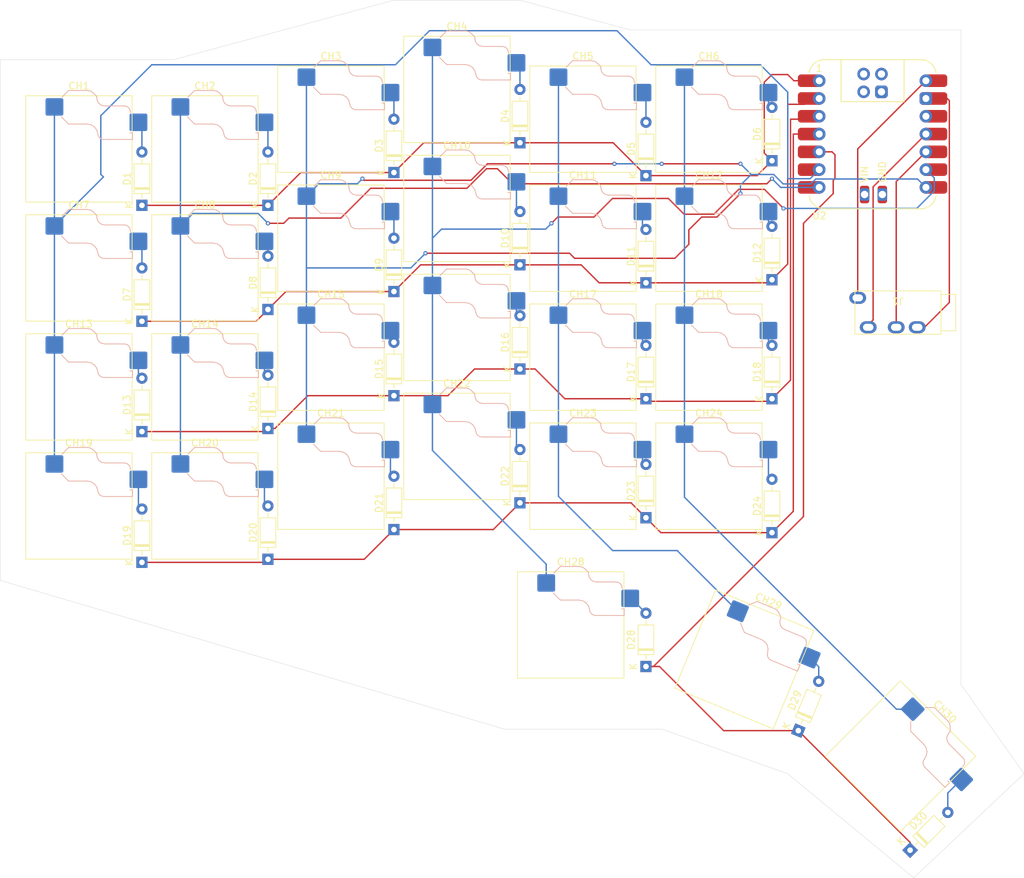
<source format=kicad_pcb>
(kicad_pcb (version 20240108) (generator "pcbnew") (generator_version "8.0")
  (layers (0 "F.Cu" signal) (31 "B.Cu" signal) (34 "B.Paste" user) (35 "F.Paste" user) (36 "B.SilkS" user "B.Silkscreen") (37 "F.SilkS" user "F.Silkscreen") (38 "B.Mask" user) (39 "F.Mask" user) (44 "Edge.Cuts" user))
  (net 0 "")
  (net 1 "Col 0")
  (net 2 "Net-(D1-A)")
  (net 3 "Col 1")
  (net 4 "Net-(D2-A)")
  (net 5 "Net-(D3-A)")
  (net 6 "Col 2")
  (net 7 "Col 3")
  (net 8 "Net-(D4-A)")
  (net 9 "Net-(D5-A)")
  (net 10 "Col 4")
  (net 11 "Col 5")
  (net 12 "Net-(D6-A)")
  (net 13 "Net-(D7-A)")
  (net 14 "Net-(D8-A)")
  (net 15 "Net-(D9-A)")
  (net 16 "Net-(D10-A)")
  (net 17 "Net-(D11-A)")
  (net 18 "Net-(D12-A)")
  (net 19 "Net-(D13-A)")
  (net 20 "Net-(D14-A)")
  (net 21 "Net-(D15-A)")
  (net 22 "Net-(D16-A)")
  (net 23 "Net-(D17-A)")
  (net 24 "Net-(D18-A)")
  (net 25 "Net-(D19-A)")
  (net 26 "Net-(D20-A)")
  (net 27 "Net-(D21-A)")
  (net 28 "Net-(D22-A)")
  (net 29 "Net-(D23-A)")
  (net 30 "Net-(D24-A)")
  (net 31 "Net-(D28-A)")
  (net 32 "Net-(D29-A)")
  (net 33 "Net-(D30-A)")
  (net 34 "Row 0")
  (net 35 "Row 1")
  (net 36 "Row 2")
  (net 37 "Row 3")
  (net 38 "Row 4")
  (net 39 "+5V")
  (net 40 "GND")
  (net 41 "SDA")
  (net 42 "SCL")
  (footprint "PCM_Switch_Keyboard_Hotswap_Kailh:SW_Hotswap_Kailh_Choc_V1V2_1.00u" (layer "F.Cu") (at 135.515 115.482)
    (property "Reference" "CH28")
    (property "Value" "KS33_SW_HS")
  )
  (footprint "PCM_Switch_Keyboard_Hotswap_Kailh:SW_Hotswap_Kailh_Choc_V1V2_1.00u" (layer "F.Cu") (at 65.265 47.482)
    (property "Reference" "CH1")
    (property "Value" "KS33_SW_HS")
  )
  (footprint "PCM_Switch_Keyboard_Hotswap_Kailh:SW_Hotswap_Kailh_Choc_V1V2_1.00u" (layer "F.Cu") (at 83.265 64.482)
    (property "Reference" "CH8")
    (property "Value" "KS33_SW_HS")
  )
  (footprint "PCM_Switch_Keyboard_Hotswap_Kailh:SW_Hotswap_Kailh_Choc_V1V2_1.00u" (layer "F.Cu") (at 155.265 77.232)
    (property "Reference" "CH18")
    (property "Value" "KS33_SW_HS")
  )
  (footprint "Diode_THT:D_DO-35_SOD27_P7.62mm_Horizontal" (layer "F.Cu") (at 146.265 66.607 90)
    (property "Reference" "D11")
    (property "Value" "D_Small")
  )
  (footprint "PCM_Switch_Keyboard_Hotswap_Kailh:SW_Hotswap_Kailh_Choc_V1V2_1.00u" (layer "F.Cu") (at 137.265 94.232)
    (property "Reference" "CH23")
    (property "Value" "KS33_SW_HS")
  )
  (footprint "Diode_THT:D_DO-35_SOD27_P7.62mm_Horizontal" (layer "F.Cu") (at 128.265 64.042 90)
    (property "Reference" "D10")
    (property "Value" "D_Small")
  )
  (footprint "PCM_Switch_Keyboard_Hotswap_Kailh:SW_Hotswap_Kailh_Choc_V1V2_1.00u" (layer "F.Cu") (at 83.265 81.482)
    (property "Reference" "CH14")
    (property "Value" "KS33_SW_HS")
  )
  (footprint "PCM_Switch_Keyboard_Hotswap_Kailh:SW_Hotswap_Kailh_Choc_V1V2_1.00u" (layer "F.Cu") (at 137.265 60.232)
    (property "Reference" "CH11")
    (property "Value" "KS33_SW_HS")
  )
  (footprint "Diode_THT:D_DO-35_SOD27_P7.62mm_Horizontal" (layer "F.Cu") (at 146.265 121.417 90)
    (property "Reference" "D28")
    (property "Value" "D_Small")
  )
  (footprint "PCM_Switch_Keyboard_Hotswap_Kailh:SW_Hotswap_Kailh_Choc_V1V2_1.00u" (layer "F.Cu") (at 155.265 94.232)
    (property "Reference" "CH24")
    (property "Value" "KS33_SW_HS")
  )
  (footprint "PCM_Switch_Keyboard_Hotswap_Kailh:SW_Hotswap_Kailh_Choc_V1V2_1.00u" (layer "F.Cu") (at 101.265 60.232)
    (property "Reference" "CH9")
    (property "Value" "KS33_SW_HS")
  )
  (footprint "PCM_Switch_Keyboard_Hotswap_Kailh:SW_Hotswap_Kailh_Choc_V1V2_1.00u" (layer "F.Cu") (at 65.265 81.482)
    (property "Reference" "CH13")
    (property "Value" "KS33_SW_HS")
  )
  (footprint "PCM_Switch_Keyboard_Hotswap_Kailh:SW_Hotswap_Kailh_Choc_V1V2_1.00u" (layer "F.Cu") (at 137.265 77.232)
    (property "Reference" "CH17")
    (property "Value" "KS33_SW_HS")
  )
  (footprint "PCM_Switch_Keyboard_Hotswap_Kailh:SW_Hotswap_Kailh_Choc_V1V2_1.00u" (layer "F.Cu") (at 160.327107 120.404127 -22.5)
    (property "Reference" "CH29")
    (property "Value" "KS33_SW_HS")
  )
  (footprint "Diode_THT:D_DO-35_SOD27_P7.62mm_Horizontal" (layer "F.Cu") (at 92.265 106.102 90)
    (property "Reference" "D20")
    (property "Value" "D_Small")
  )
  (footprint "PCM_Switch_Keyboard_Hotswap_Kailh:SW_Hotswap_Kailh_Choc_V1V2_1.00u" (layer "F.Cu") (at 101.265 43.232)
    (property "Reference" "CH3")
    (property "Value" "KS33_SW_HS")
  )
  (footprint "PCM_Switch_Keyboard_Hotswap_Kailh:SW_Hotswap_Kailh_Choc_V1V2_1.00u" (layer "F.Cu") (at 83.265 98.482)
    (property "Reference" "CH20")
    (property "Value" "KS33_SW_HS")
  )
  (footprint "PCM_marbastlib-xp-various:CON_MJ-4PP-9" (layer "F.Cu") (at 182.265 70.857 180)
    (property "Reference" "J1")
    (property "Value" "AudioPlug4")
  )
  (footprint "Diode_THT:D_DO-35_SOD27_P7.62mm_Horizontal" (layer "F.Cu") (at 164.265 49.167 90)
    (property "Reference" "D6")
    (property "Value" "D_Small")
  )
  (footprint "PCM_Switch_Keyboard_Hotswap_Kailh:SW_Hotswap_Kailh_Choc_V1V2_1.00u" (layer "F.Cu") (at 65.265 64.482)
    (property "Reference" "CH7")
    (property "Value" "KS33_SW_HS")
  )
  (footprint "PCM_Switch_Keyboard_Hotswap_Kailh:SW_Hotswap_Kailh_Choc_V1V2_1.00u" (layer "F.Cu") (at 119.265 38.982)
    (property "Reference" "CH4")
    (property "Value" "KS33_SW_HS")
  )
  (footprint "Diode_THT:D_DO-35_SOD27_P7.62mm_Horizontal" (layer "F.Cu") (at 92.265 87.417 90)
    (property "Reference" "D14")
    (property "Value" "D_Small")
  )
  (footprint "Diode_THT:D_DO-35_SOD27_P7.62mm_Horizontal" (layer "F.Cu") (at 164.265 66.167 90)
    (property "Reference" "D12")
    (property "Value" "D_Small")
  )
  (footprint "PCM_Switch_Keyboard_Hotswap_Kailh:SW_Hotswap_Kailh_Choc_V1V2_1.00u" (layer "F.Cu") (at 119.265 55.982)
    (property "Reference" "CH10")
    (property "Value" "KS33_SW_HS")
  )
  (footprint "Diode_THT:D_DO-35_SOD27_P7.62mm_Horizontal" (layer "F.Cu") (at 168.028866 130.57867 67.5)
    (property "Reference" "D29")
    (property "Value" "D_Small")
  )
  (footprint "Diode_THT:D_DO-35_SOD27_P7.62mm_Horizontal" (layer "F.Cu") (at 92.265 70.417 90)
    (property "Reference" "D8")
    (property "Value" "D_Small")
  )
  (footprint "Diode_THT:D_DO-35_SOD27_P7.62mm_Horizontal" (layer "F.Cu") (at 74.265 55.542 90)
    (property "Reference" "D1")
    (property "Value" "D_Small")
  )
  (footprint "PCM_Switch_Keyboard_Hotswap_Kailh:SW_Hotswap_Kailh_Choc_V1V2_1.00u" (layer "F.Cu") (at 83.265 47.482)
    (property "Reference" "CH2")
    (property "Value" "KS33_SW_HS")
  )
  (footprint "Diode_THT:D_DO-35_SOD27_P7.62mm_Horizontal" (layer "F.Cu") (at 92.265 55.542 90)
    (property "Reference" "D2")
    (property "Value" "D_Small")
  )
  (footprint "PCM_Switch_Keyboard_Hotswap_Kailh:SW_Hotswap_Kailh_Choc_V1V2_1.00u" (layer "F.Cu") (at 137.265 43.232)
    (property "Reference" "CH5")
    (property "Value" "KS33_SW_HS")
  )
  (footprint "PCM_Switch_Keyboard_Hotswap_Kailh:SW_Hotswap_Kailh_Choc_V1V2_1.00u" (layer "F.Cu") (at 155.265 60.232)
    (property "Reference" "CH12")
    (property "Value" "KS33_SW_HS")
  )
  (footprint "Diode_THT:D_DO-35_SOD27_P7.62mm_Horizontal" (layer "F.Cu") (at 110.265 67.852 90)
    (property "Reference" "D9")
    (property "Value" "D_Small")
  )
  (footprint "PCM_Switch_Keyboard_Hotswap_Kailh:SW_Hotswap_Kailh_Choc_V1V2_1.00u" (layer "F.Cu") (at 101.265 94.232)
    (property "Reference" "CH21")
    (property "Value" "KS33_SW_HS")
  )
  (footprint "Diode_THT:D_DO-35_SOD27_P7.62mm_Horizontal" (layer "F.Cu") (at 146.265 51.292 90)
    (property "Reference" "D5")
    (property "Value" "D_Small")
  )
  (footprint "PCM_Switch_Keyboard_Hotswap_Kailh:SW_Hotswap_Kailh_Choc_V1V2_1.00u" (layer "F.Cu") (at 155.265 43.232)
    (property "Reference" "CH6")
    (property "Value" "KS33_SW_HS")
  )
  (footprint "PCM_Switch_Keyboard_Hotswap_Kailh:SW_Hotswap_Kailh_Choc_V1V2_1.00u" (layer "F.Cu") (at 119.265 89.982)
    (property "Reference" "CH22")
    (property "Value" "KS33_SW_HS")
  )
  (footprint "Diode_THT:D_DO-35_SOD27_P7.62mm_Horizontal" (layer "F.Cu") (at 74.265 87.857 90)
    (property "Reference" "D13")
    (property "Value" "D_Small")
  )
  (footprint "PCM_Switch_Keyboard_Hotswap_Kailh:SW_Hotswap_Kailh_Choc_V1V2_1.00u" (layer "F.Cu") (at 119.265 72.982)
    (property "Reference" "CH16" (hide yes))
    (property "Value" "KS33_SW_HS")
  )
  (footprint "PCM_Switch_Keyboard_Hotswap_Kailh:SW_Hotswap_Kailh_Choc_V1V2_1.00u" (layer "F.Cu") (at 182.618555 134.231369 -45)
    (property "Reference" "CH30")
    (property "Value" "KS33_SW_HS")
  )
  (footprint "Diode_THT:D_DO-35_SOD27_P7.62mm_Horizontal" (layer "F.Cu") (at 183.997344 147.656511 45)
    (property "Reference" "D30")
    (property "Value" "D_Small")
  )
  (footprint "Diode_THT:D_DO-35_SOD27_P7.62mm_Horizontal" (layer "F.Cu") (at 128.265 98.042 90)
    (property "Reference" "D22")
    (property "Value" "D_Small")
  )
  (footprint "Diode_THT:D_DO-35_SOD27_P7.62mm_Horizontal" (layer "F.Cu") (at 110.265 82.727 90)
    (property "Reference" "D15")
    (property "Value" "D_Small")
  )
  (footprint "Diode_THT:D_DO-35_SOD27_P7.62mm_Horizontal" (layer "F.Cu") (at 164.265 102.292 90)
    (property "Reference" "D24")
    (property "Value" "D_Small")
  )
  (footprint "Diode_THT:D_DO-35_SOD27_P7.62mm_Horizontal" (layer "F.Cu") (at 74.265 72.102 90)
    (property "Reference" "D7")
    (property "Value" "D_Small")
  )
  (footprint "Diode_THT:D_DO-35_SOD27_P7.62mm_Horizontal" (layer "F.Cu") (at 110.265 50.852 90)
    (property "Reference" "D3")
    (property "Value" "D_Small")
  )
  (footprint "Diode_THT:D_DO-35_SOD27_P7.62mm_Horizontal" (layer "F.Cu") (at 146.265 100.167 90)
    (property "Reference" "D23")
    (property "Value" "D_Small")
  )
  (footprint "Diode_THT:D_DO-35_SOD27_P7.62mm_Horizontal" (layer "F.Cu") (at 74.265 106.542 90)
    (property "Reference" "D19")
    (property "Value" "D_Small")
  )
  (footprint "Diode_THT:D_DO-35_SOD27_P7.62mm_Horizontal" (layer "F.Cu") (at 164.265 83.167 90)
    (property "Reference" "D18")
    (property "Value" "D_Small")
  )
  (footprint "PCM_marbastlib-xp-promicroish:Xiao_rp2040_ACH" (layer "F.Cu") (at 178.635 45.357)
    (property "Reference" "U2")
    (property "Value" "Seeeduino Xiao rp2040")
  )
  (footprint "Diode_THT:D_DO-35_SOD27_P7.62mm_Horizontal" (layer "F.Cu") (at 146.265 83.167 90)
    (property "Reference" "D17")
    (property "Value" "D_Small")
  )
  (footprint "PCM_Switch_Keyboard_Hotswap_Kailh:SW_Hotswap_Kailh_Choc_V1V2_1.00u" (layer "F.Cu") (at 101.265 77.232)
    (property "Reference" "CH15")
    (property "Value" "KS33_SW_HS")
  )
  (footprint "Diode_THT:D_DO-35_SOD27_P7.62mm_Horizontal" (layer "F.Cu") (at 110.265 101.852 90)
    (property "Reference" "D21")
    (property "Value" "D_Small")
  )
  (footprint "Diode_THT:D_DO-35_SOD27_P7.62mm_Horizontal" (layer "F.Cu") (at 128.265 46.602 90)
    (property "Reference" "D4")
    (property "Value" "D_Small")
  )
  (footprint "PCM_Switch_Keyboard_Hotswap_Kailh:SW_Hotswap_Kailh_Choc_V1V2_1.00u" (layer "F.Cu") (at 65.265 98.482)
    (property "Reference" "CH19")
    (property "Value" "KS33_SW_HS")
  )
  (footprint "Diode_THT:D_DO-35_SOD27_P7.62mm_Horizontal" (layer "F.Cu") (at 128.265 78.917 90)
    (property "Reference" "D16")
    (property "Value" "D_Small")
  )
  (gr_line (start 128.265 26.232) (end 144.015 30.482) (stroke (width 0.05)) (layer "Edge.Cuts"))
  (gr_line (start 126.015 130.357) (end 54.015 109.107) (stroke (width 0.05)) (layer "Edge.Cuts"))
  (gr_line (start 54.015 109.107) (end 54.015 34.732) (stroke (width 0.05)) (layer "Edge.Cuts"))
  (gr_line (start 184.515 151.607) (end 166.515 136.732) (stroke (width 0.05)) (layer "Edge.Cuts"))
  (gr_line (start 78.765 34.732) (end 110.265 26.232) (stroke (width 0.05)) (layer "Edge.Cuts"))
  (gr_line (start 200.265 136.732) (end 184.515 151.607) (stroke (width 0.05)) (layer "Edge.Cuts"))
  (gr_line (start 191.265 123.982) (end 200.265 136.732) (stroke (width 0.05)) (layer "Edge.Cuts"))
  (gr_line (start 54.015 34.732) (end 78.765 34.732) (stroke (width 0.05)) (layer "Edge.Cuts"))
  (gr_line (start 191.265 30.482) (end 191.265 123.982) (stroke (width 0.05)) (layer "Edge.Cuts"))
  (gr_line (start 110.265 26.232) (end 128.265 26.232) (stroke (width 0.05)) (layer "Edge.Cuts"))
  (gr_line (start 166.515 136.732) (end 148.515 130.357) (stroke (width 0.05)) (layer "Edge.Cuts"))
  (gr_line (start 148.515 130.357) (end 126.015 130.357) (stroke (width 0.05)) (layer "Edge.Cuts"))
  (gr_line (start 144.015 30.482) (end 191.265 30.482) (stroke (width 0.05)) (layer "Edge.Cuts"))
  (segment (start 68.39 51.107) (end 68.39 42.732) (width 0.2) (layer "B.Cu") (net 1))
  (segment (start 61.765 41.482) (end 61.765 92.482) (width 0.2) (layer "B.Cu") (net 1))
  (segment (start 75.665 35.457) (end 110.480256 35.457) (width 0.2) (layer "B.Cu") (net 1))
  (segment (start 142.127001 30.594001) (end 146.99 35.457) (width 0.2) (layer "B.Cu") (net 1))
  (segment (start 146.99 35.457) (end 162.599744 35.457) (width 0.2) (layer "B.Cu") (net 1))
  (segment (start 166.515 39.372256) (end 166.515 51.732) (width 0.2) (layer "B.Cu") (net 1))
  (segment (start 110.480256 35.457) (end 115.343255 30.594001) (width 0.2) (layer "B.Cu") (net 1))
  (segment (start 166.515 51.732) (end 169.72 51.732) (width 0.2) (layer "B.Cu") (net 1))
  (segment (start 68.765 51.482) (end 68.39 51.107) (width 0.2) (layer "B.Cu") (net 1))
  (segment (start 169.72 51.732) (end 171.015 50.437) (width 0.2) (layer "B.Cu") (net 1))
  (segment (start 115.343255 30.594001) (end 142.127001 30.594001) (width 0.2) (layer "B.Cu") (net 1))
  (segment (start 68.39 42.732) (end 75.665 35.457) (width 0.2) (layer "B.Cu") (net 1))
  (segment (start 162.599744 35.457) (end 166.515 39.372256) (width 0.2) (layer "B.Cu") (net 1))
  (segment (start 61.765 58.482) (end 68.765 51.482) (width 0.2) (layer "B.Cu") (net 1))
  (segment (start 74.265 44.182) (end 73.765 43.682) (width 0.2) (layer "B.Cu") (net 2))
  (segment (start 74.265 47.922) (end 74.265 44.182) (width 0.2) (layer "B.Cu") (net 2))
  (segment (start 73.765 43.682) (end 73.815 43.682) (width 0.2) (layer "B.Cu") (net 2))
  (segment (start 73.815 43.682) (end 74.265 43.232) (width 0.2) (layer "B.Cu") (net 2))
  (segment (start 95.265 57.357) (end 102.68835 57.357) (width 0.2) (layer "F.Cu") (net 3))
  (segment (start 106.93835 53.107) (end 120.68835 53.107) (width 0.2) (layer "F.Cu") (net 3))
  (segment (start 125.04165 50.307) (end 127.19165 52.457) (width 0.2) (layer "F.Cu") (net 3))
  (segment (start 120.68835 53.107) (end 123.48835 50.307) (width 0.2) (layer "F.Cu") (net 3))
  (segment (start 123.48835 50.307) (end 125.04165 50.307) (width 0.2) (layer "F.Cu") (net 3))
  (segment (start 102.68835 57.357) (end 106.93835 53.107) (width 0.2) (layer "F.Cu") (net 3))
  (segment (start 92.265 58.107) (end 94.515 58.107) (width 0.2) (layer "F.Cu") (net 3))
  (segment (start 127.19165 52.457) (end 163.54 52.457) (width 0.2) (layer "F.Cu") (net 3))
  (segment (start 163.54 52.457) (end 164.265 51.732) (width 0.2) (layer "F.Cu") (net 3))
  (segment (start 94.515 58.107) (end 95.265 57.357) (width 0.2) (layer "F.Cu") (net 3))
  (via (at 92.265 58.107) (size 0.6) (drill 0.3) (layers "F.Cu" "B.Cu") (net 3))
  (via (at 164.265 51.732) (size 0.6) (drill 0.3) (layers "F.Cu" "B.Cu") (net 3))
  (segment (start 165.51 52.977) (end 171.015 52.977) (width 0.2) (layer "B.Cu") (net 3))
  (segment (start 90.865 56.707) (end 92.265 58.107) (width 0.2) (layer "B.Cu") (net 3))
  (segment (start 79.765 58.482) (end 81.54 56.707) (width 0.2) (layer "B.Cu") (net 3))
  (segment (start 81.54 56.707) (end 90.865 56.707) (width 0.2) (layer "B.Cu") (net 3))
  (segment (start 164.265 51.732) (end 165.51 52.977) (width 0.2) (layer "B.Cu") (net 3))
  (segment (start 79.765 41.482) (end 79.765 92.482) (width 0.2) (layer "B.Cu") (net 3))
  (segment (start 92.265 47.922) (end 92.265 44.182) (width 0.2) (layer "B.Cu") (net 4))
  (segment (start 92.265 44.182) (end 91.765 43.682) (width 0.2) (layer "B.Cu") (net 4))
  (segment (start 110.265 39.932) (end 109.765 39.432) (width 0.2) (layer "B.Cu") (net 5))
  (segment (start 110.265 43.232) (end 110.265 39.932) (width 0.2) (layer "B.Cu") (net 5))
  (segment (start 152.39 59.041136) (end 154.222486 57.20865) (width 0.2) (layer "F.Cu") (net 6))
  (segment (start 121.272664 51.957) (end 123.622665 49.607) (width 0.2) (layer "F.Cu") (net 6))
  (segment (start 135.349031 62.381895) (end 136.074136 63.107) (width 0.2) (layer "F.Cu") (net 6))
  (segment (start 152.39 61.107) (end 152.39 59.041136) (width 0.2) (layer "F.Cu") (net 6))
  (segment (start 154.222486 57.20865) (end 156.41335 57.20865) (width 0.2) (layer "F.Cu") (net 6))
  (segment (start 105.99 51.957) (end 121.272664 51.957) (width 0.2) (layer "F.Cu") (net 6))
  (segment (start 114.775161 62.381895) (end 135.349031 62.381895) (width 0.2) (layer "F.Cu") (net 6))
  (segment (start 136.074136 63.107) (end 150.39 63.107) (width 0.2) (layer "F.Cu") (net 6))
  (segment (start 148.515 49.607) (end 150.765 49.607) (width 0.2) (layer "F.Cu") (net 6))
  (segment (start 150.39 63.107) (end 152.39 61.107) (width 0.2) (layer "F.Cu") (net 6))
  (segment (start 156.41335 57.20865) (end 159.765 53.857) (width 0.2) (layer "F.Cu") (net 6))
  (segment (start 150.765 49.607) (end 159.765 49.607) (width 0.2) (layer "F.Cu") (net 6))
  (segment (start 123.622665 49.607) (end 141.765 49.607) (width 0.2) (layer "F.Cu") (net 6))
  (segment (start 105.765 51.732) (end 105.99 51.957) (width 0.2) (layer "F.Cu") (net 6))
  (via (at 114.775161 62.381895) (size 0.6) (drill 0.3) (layers "F.Cu" "B.Cu") (net 6))
  (via (at 148.515 49.607) (size 0.6) (drill 0.3) (layers "F.Cu" "B.Cu") (net 6))
  (via (at 105.765 51.732) (size 0.6) (drill 0.3) (layers "F.Cu" "B.Cu") (net 6))
  (via (at 159.765 49.607) (size 0.6) (drill 0.3) (layers "F.Cu" "B.Cu") (net 6))
  (via (at 141.765 49.607) (size 0.6) (drill 0.3) (layers "F.Cu" "B.Cu") (net 6))
  (via (at 159.765 53.857) (size 0.6) (drill 0.3) (layers "F.Cu" "B.Cu") (net 6))
  (segment (start 164.513529 51.132) (end 165.861472 52.479943) (width 0.2) (layer "B.Cu") (net 6))
  (segment (start 97.765 64.482) (end 112.675056 64.482) (width 0.2) (layer "B.Cu") (net 6))
  (segment (start 112.675056 64.482) (end 114.775161 62.381895) (width 0.2) (layer "B.Cu") (net 6))
  (segment (start 165.861472 52.479943) (end 169.815 52.479943) (width 0.2) (layer "B.Cu") (net 6))
  (segment (start 170.517943 51.777) (end 185.055 51.777) (width 0.2) (layer "B.Cu") (net 6))
  (segment (start 161.29 51.132) (end 164.513529 51.132) (width 0.2) (layer "B.Cu") (net 6))
  (segment (start 97.765 64.482) (end 97.765 88.232) (width 0.2) (layer "B.Cu") (net 6))
  (segment (start 97.765 54.232) (end 99.54 52.457) (width 0.2) (layer "B.Cu") (net 6))
  (segment (start 141.765 49.607) (end 148.515 49.607) (width 0.2) (layer "B.Cu") (net 6))
  (segment (start 185.055 51.777) (end 186.255 52.977) (width 0.2) (layer "B.Cu") (net 6))
  (segment (start 159.765 49.607) (end 161.29 51.132) (width 0.2) (layer "B.Cu") (net 6))
  (segment (start 99.54 52.457) (end 105.04 52.457) (width 0.2) (layer "B.Cu") (net 6))
  (segment (start 159.765 53.857) (end 159.765 52.657) (width 0.2) (layer "B.Cu") (net 6))
  (segment (start 159.765 52.657) (end 161.29 51.132) (width 0.2) (layer "B.Cu") (net 6))
  (segment (start 105.04 52.457) (end 105.765 51.732) (width 0.2) (layer "B.Cu") (net 6))
  (segment (start 169.815 52.479943) (end 170.517943 51.777) (width 0.2) (layer "B.Cu") (net 6))
  (segment (start 97.765 37.232) (end 97.765 64.482) (width 0.2) (layer "B.Cu") (net 6))
  (segment (start 132.765 58.107) (end 133.66335 57.20865) (width 0.2) (layer "F.Cu") (net 7))
  (segment (start 155.964821 56.80865) (end 159.516471 53.257) (width 0.2) (layer "F.Cu") (net 7))
  (segment (start 149.465 54.557) (end 151.71665 56.80865) (width 0.2) (layer "F.Cu") (net 7))
  (segment (start 151.71665 56.80865) (end 155.964821 56.80865) (width 0.2) (layer "F.Cu") (net 7))
  (segment (start 159.516471 53.257) (end 163.19 53.257) (width 0.2) (layer "F.Cu") (net 7))
  (segment (start 133.66335 57.20865) (end 138.8367 57.20865) (width 0.2) (layer "F.Cu") (net 7))
  (segment (start 138.8367 57.20865) (end 141.48835 54.557) (width 0.2) (layer "F.Cu") (net 7))
  (segment (start 163.19 53.257) (end 165.915 55.982) (width 0.2) (layer "F.Cu") (net 7))
  (segment (start 141.48835 54.557) (end 149.465 54.557) (width 0.2) (layer "F.Cu") (net 7))
  (via (at 165.915 55.982) (size 0.6) (drill 0.3) (layers "F.Cu" "B.Cu") (net 7))
  (via (at 132.765 58.107) (size 0.6) (drill 0.3) (layers "F.Cu" "B.Cu") (net 7))
  (segment (start 117.065 58.932) (end 131.94 58.932) (width 0.2) (layer "B.Cu") (net 7))
  (segment (start 187.455 51.637) (end 186.255 50.437) (width 0.2) (layer "B.Cu") (net 7))
  (segment (start 115.765 60.232) (end 115.765 83.982) (width 0.2) (layer "B.Cu") (net 7))
  (segment (start 131.94 58.932) (end 132.765 58.107) (width 0.2) (layer "B.Cu") (net 7))
  (segment (start 187.455 53.474057) (end 187.455 51.637) (width 0.2) (layer "B.Cu") (net 7))
  (segment (start 115.765 83.982) (end 115.765 90.547864) (width 0.2) (layer "B.Cu") (net 7))
  (segment (start 184.947057 55.982) (end 187.455 53.474057) (width 0.2) (layer "B.Cu") (net 7))
  (segment (start 165.915 55.982) (end 184.947057 55.982) (width 0.2) (layer "B.Cu") (net 7))
  (segment (start 115.765 32.982) (end 115.765 60.232) (width 0.2) (layer "B.Cu") (net 7))
  (segment (start 132.765 58.107) (end 132.64 58.107) (width 0.2) (layer "B.Cu") (net 7))
  (segment (start 115.765 90.547864) (end 132.015 106.797864) (width 0.2) (layer "B.Cu") (net 7))
  (segment (start 115.765 60.232) (end 117.065 58.932) (width 0.2) (layer "B.Cu") (net 7))
  (segment (start 132.015 106.797864) (end 132.015 109.482) (width 0.2) (layer "B.Cu") (net 7))
  (segment (start 128.265 38.982) (end 128.265 35.682) (width 0.2) (layer "B.Cu") (net 8))
  (segment (start 128.265 35.682) (end 127.765 35.182) (width 0.2) (layer "B.Cu") (net 8))
  (segment (start 146.265 43.672) (end 146.265 39.932) (width 0.2) (layer "B.Cu") (net 9))
  (segment (start 146.265 39.932) (end 145.765 39.432) (width 0.2) (layer "B.Cu") (net 9))
  (segment (start 150.765 104.896829) (end 159.389629 113.521458) (width 0.2) (layer "B.Cu") (net 10))
  (segment (start 150.765 104.857) (end 150.765 104.896829) (width 0.2) (layer "B.Cu") (net 10))
  (segment (start 133.765 97.107) (end 141.515 104.857) (width 0.2) (layer "B.Cu") (net 10))
  (segment (start 141.515 104.857) (end 150.765 104.857) (width 0.2) (layer "B.Cu") (net 10))
  (segment (start 133.765 88.232) (end 133.765 97.107) (width 0.2) (layer "B.Cu") (net 10))
  (segment (start 133.765 37.232) (end 133.765 88.232) (width 0.2) (layer "B.Cu") (net 10))
  (segment (start 182.046855 127.513855) (end 184.386322 127.513855) (width 0.2) (layer "B.Cu") (net 11))
  (segment (start 151.765 88.232) (end 151.765 97.232) (width 0.2) (layer "B.Cu") (net 11))
  (segment (start 151.765 37.232) (end 151.765 88.232) (width 0.2) (layer "B.Cu") (net 11))
  (segment (start 151.765 97.232) (end 182.046855 127.513855) (width 0.2) (layer "B.Cu") (net 11))
  (segment (start 163.765 39.432) (end 163.765 41.047) (width 0.2) (layer "B.Cu") (net 12))
  (segment (start 163.765 41.047) (end 164.265 41.547) (width 0.2) (layer "B.Cu") (net 12))
  (segment (start 74.265 61.182) (end 73.765 60.682) (width 0.2) (layer "B.Cu") (net 13))
  (segment (start 74.265 64.482) (end 74.265 61.182) (width 0.2) (layer "B.Cu") (net 13))
  (segment (start 92.265 62.797) (end 92.265 61.182) (width 0.2) (layer "B.Cu") (net 14))
  (segment (start 92.265 61.182) (end 91.765 60.682) (width 0.2) (layer "B.Cu") (net 14))
  (segment (start 110.265 56.932) (end 109.765 56.432) (width 0.2) (layer "B.Cu") (net 15))
  (segment (start 110.265 60.232) (end 110.265 56.932) (width 0.2) (layer "B.Cu") (net 15))
  (segment (start 127.765 52.182) (end 127.765 55.922) (width 0.2) (layer "B.Cu") (net 16))
  (segment (start 127.765 55.922) (end 128.265 56.422) (width 0.2) (layer "B.Cu") (net 16))
  (segment (start 145.765 56.432) (end 145.765 58.487) (width 0.2) (layer "B.Cu") (net 17))
  (segment (start 145.765 58.487) (end 146.265 58.987) (width 0.2) (layer "B.Cu") (net 17))
  (segment (start 163.765 56.432) (end 163.765 58.047) (width 0.2) (layer "B.Cu") (net 18))
  (segment (start 163.765 58.047) (end 164.265 58.547) (width 0.2) (layer "B.Cu") (net 18))
  (segment (start 73.765 79.737) (end 74.265 80.237) (width 0.2) (layer "B.Cu") (net 19))
  (segment (start 73.765 77.682) (end 73.765 79.737) (width 0.2) (layer "B.Cu") (net 19))
  (segment (start 91.765 77.682) (end 91.765 79.297) (width 0.2) (layer "B.Cu") (net 20))
  (segment (start 91.765 79.297) (end 92.265 79.797) (width 0.2) (layer "B.Cu") (net 20))
  (segment (start 109.765 73.432) (end 109.765 74.607) (width 0.2) (layer "B.Cu") (net 21))
  (segment (start 109.765 74.607) (end 110.265 75.107) (width 0.2) (layer "B.Cu") (net 21))
  (segment (start 127.765 69.182) (end 127.765 70.797) (width 0.2) (layer "B.Cu") (net 22))
  (segment (start 127.765 70.797) (end 128.265 71.297) (width 0.2) (layer "B.Cu") (net 22))
  (segment (start 145.765 75.047) (end 146.265 75.547) (width 0.2) (layer "B.Cu") (net 23))
  (segment (start 145.765 73.432) (end 145.765 75.047) (width 0.2) (layer "B.Cu") (net 23))
  (segment (start 163.765 75.047) (end 164.265 75.547) (width 0.2) (layer "B.Cu") (net 24))
  (segment (start 163.765 73.432) (end 163.765 75.047) (width 0.2) (layer "B.Cu") (net 24))
  (segment (start 73.765 94.682) (end 73.765 98.422) (width 0.2) (layer "B.Cu") (net 25))
  (segment (start 73.765 98.422) (end 74.265 98.922) (width 0.2) (layer "B.Cu") (net 25))
  (segment (start 91.765 94.682) (end 91.765 97.982) (width 0.2) (layer "B.Cu") (net 26))
  (segment (start 91.765 97.982) (end 92.265 98.482) (width 0.2) (layer "B.Cu") (net 26))
  (segment (start 109.765 90.432) (end 109.765 93.732) (width 0.2) (layer "B.Cu") (net 27))
  (segment (start 109.765 93.732) (end 110.265 94.232) (width 0.2) (layer "B.Cu") (net 27))
  (segment (start 127.765 86.182) (end 127.765 89.922) (width 0.2) (layer "B.Cu") (net 28))
  (segment (start 127.765 89.922) (end 128.265 90.422) (width 0.2) (layer "B.Cu") (net 28))
  (segment (start 145.765 92.047) (end 146.265 92.547) (width 0.2) (layer "B.Cu") (net 29))
  (segment (start 145.765 90.432) (end 145.765 92.047) (width 0.2) (layer "B.Cu") (net 29))
  (segment (start 163.765 90.432) (end 163.765 94.172) (width 0.2) (layer "B.Cu") (net 30))
  (segment (start 163.765 94.172) (end 164.265 94.672) (width 0.2) (layer "B.Cu") (net 30))
  (segment (start 144.15 111.682) (end 146.265 113.797) (width 0.2) (layer "B.Cu") (net 31))
  (segment (start 144.015 111.682) (end 144.15 111.682) (width 0.2) (layer "B.Cu") (net 31))
  (segment (start 170.944914 123.538708) (end 170.944914 121.456828) (width 0.2) (layer "B.Cu") (net 32))
  (segment (start 170.944914 121.456828) (end 169.63428 120.146194) (width 0.2) (layer "B.Cu") (net 32))
  (segment (start 189.385498 142.268357) (end 189.385498 139.485241) (width 0.2) (layer "B.Cu") (net 33))
  (segment (start 189.385498 139.485241) (end 191.315968 137.554771) (width 0.2) (layer "B.Cu") (net 33))
  (segment (start 163.165 37.957) (end 164.265 36.857) (width 0.2) (layer "F.Cu") (net 34))
  (segment (start 114.515 46.602) (end 128.265 46.602) (width 0.2) (layer "F.Cu") (net 34))
  (segment (start 146.265 51.292) (end 162.14 51.292) (width 0.2) (layer "F.Cu") (net 34))
  (segment (start 164.265 36.857) (end 166.515 36.857) (width 0.2) (layer "F.Cu") (net 34))
  (segment (start 167.395 37.737) (end 169.715 37.737) (width 0.2) (layer "F.Cu") (net 34))
  (segment (start 166.515 36.857) (end 167.395 37.737) (width 0.2) (layer "F.Cu") (net 34))
  (segment (start 74.265 55.542) (end 92.265 55.542) (width 0.2) (layer "F.Cu") (net 34))
  (segment (start 141.575 46.602) (end 146.265 51.292) (width 0.2) (layer "F.Cu") (net 34))
  (segment (start 162.14 51.292) (end 164.265 49.167) (width 0.2) (layer "F.Cu") (net 34))
  (segment (start 163.165 48.067) (end 163.165 37.957) (width 0.2) (layer "F.Cu") (net 34))
  (segment (start 128.265 46.602) (end 141.575 46.602) (width 0.2) (layer "F.Cu") (net 34))
  (segment (start 164.265 49.167) (end 163.165 48.067) (width 0.2) (layer "F.Cu") (net 34))
  (segment (start 110.265 50.852) (end 114.515 46.602) (width 0.2) (layer "F.Cu") (net 34))
  (segment (start 92.265 55.542) (end 96.955 50.852) (width 0.2) (layer "F.Cu") (net 34))
  (segment (start 96.955 50.852) (end 110.265 50.852) (width 0.2) (layer "F.Cu") (net 34))
  (segment (start 94.83 67.852) (end 110.265 67.852) (width 0.2) (layer "F.Cu") (net 35))
  (segment (start 168.885 41.107) (end 169.715 40.277) (width 0.2) (layer "F.Cu") (net 35))
  (segment (start 146.265 66.607) (end 163.825 66.607) (width 0.2) (layer "F.Cu") (net 35))
  (segment (start 163.825 66.607) (end 164.265 66.167) (width 0.2) (layer "F.Cu") (net 35))
  (segment (start 110.265 67.852) (end 114.075 64.042) (width 0.2) (layer "F.Cu") (net 35))
  (segment (start 137.009136 64.042) (end 139.574136 66.607) (width 0.2) (layer "F.Cu") (net 35))
  (segment (start 92.265 70.417) (end 94.83 67.852) (width 0.2) (layer "F.Cu") (net 35))
  (segment (start 128.265 64.042) (end 137.009136 64.042) (width 0.2) (layer "F.Cu") (net 35))
  (segment (start 166.515 41.107) (end 168.885 41.107) (width 0.2) (layer "F.Cu") (net 35))
  (segment (start 114.075 64.042) (end 128.265 64.042) (width 0.2) (layer "F.Cu") (net 35))
  (segment (start 74.265 72.102) (end 90.58 72.102) (width 0.2) (layer "F.Cu") (net 35))
  (segment (start 139.574136 66.607) (end 146.265 66.607) (width 0.2) (layer "F.Cu") (net 35))
  (segment (start 90.58 72.102) (end 92.265 70.417) (width 0.2) (layer "F.Cu") (net 35))
  (segment (start 166.515 63.917) (end 166.515 41.107) (width 0.2) (layer "F.Cu") (net 35))
  (segment (start 164.265 66.167) (end 166.515 63.917) (width 0.2) (layer "F.Cu") (net 35))
  (segment (start 92.265 87.417) (end 93.265 87.417) (width 0.2) (layer "F.Cu") (net 36))
  (segment (start 130.426346 78.917) (end 134.676346 83.167) (width 0.2) (layer "F.Cu") (net 36))
  (segment (start 164.265 83.167) (end 166.915 80.517) (width 0.2) (layer "F.Cu") (net 36))
  (segment (start 166.915 43.232) (end 169.3 43.232) (width 0.2) (layer "F.Cu") (net 36))
  (segment (start 91.825 87.857) (end 92.265 87.417) (width 0.2) (layer "F.Cu") (net 36))
  (segment (start 74.265 87.857) (end 91.825 87.857) (width 0.2) (layer "F.Cu") (net 36))
  (segment (start 121.77835 78.917) (end 128.265 78.917) (width 0.2) (layer "F.Cu") (net 36))
  (segment (start 146.265 83.167) (end 146.63 83.532) (width 0.2) (layer "F.Cu") (net 36))
  (segment (start 166.915 80.517) (end 166.915 43.232) (width 0.2) (layer "F.Cu") (net 36))
  (segment (start 97.955 82.727) (end 110.265 82.727) (width 0.2) (layer "F.Cu") (net 36))
  (segment (start 93.265 87.417) (end 97.955 82.727) (width 0.2) (layer "F.Cu") (net 36))
  (segment (start 128.265 78.917) (end 130.426346 78.917) (width 0.2) (layer "F.Cu") (net 36))
  (segment (start 169.3 43.232) (end 169.715 42.817) (width 0.2) (layer "F.Cu") (net 36))
  (segment (start 117.96835 82.727) (end 121.77835 78.917) (width 0.2) (layer "F.Cu") (net 36))
  (segment (start 110.265 82.727) (end 117.96835 82.727) (width 0.2) (layer "F.Cu") (net 36))
  (segment (start 146.63 83.532) (end 163.9 83.532) (width 0.2) (layer "F.Cu") (net 36))
  (segment (start 134.676346 83.167) (end 146.265 83.167) (width 0.2) (layer "F.Cu") (net 36))
  (segment (start 163.9 83.532) (end 164.265 83.167) (width 0.2) (layer "F.Cu") (net 36))
  (segment (start 164.265 102.292) (end 167.315 99.242) (width 0.2) (layer "F.Cu") (net 37))
  (segment (start 128.265 98.042) (end 144.14 98.042) (width 0.2) (layer "F.Cu") (net 37))
  (segment (start 144.14 98.042) (end 146.265 100.167) (width 0.2) (layer "F.Cu") (net 37))
  (segment (start 106.015 106.102) (end 110.265 101.852) (width 0.2) (layer "F.Cu") (net 37))
  (segment (start 110.265 101.852) (end 124.455 101.852) (width 0.2) (layer "F.Cu") (net 37))
  (segment (start 92.265 106.102) (end 106.015 106.102) (width 0.2) (layer "F.Cu") (net 37))
  (segment (start 74.265 106.542) (end 91.825 106.542) (width 0.2) (layer "F.Cu") (net 37))
  (segment (start 167.315 45.357) (end 169.715 45.357) (width 0.2) (layer "F.Cu") (net 37))
  (segment (start 124.455 101.852) (end 128.265 98.042) (width 0.2) (layer "F.Cu") (net 37))
  (segment (start 91.825 106.542) (end 92.265 106.102) (width 0.2) (layer "F.Cu") (net 37))
  (segment (start 167.315 99.242) (end 167.315 45.357) (width 0.2) (layer "F.Cu") (net 37))
  (segment (start 148.39 102.292) (end 164.265 102.292) (width 0.2) (layer "F.Cu") (net 37))
  (segment (start 146.265 100.167) (end 148.39 102.292) (width 0.2) (layer "F.Cu") (net 37))
  (segment (start 147.34 121.417) (end 146.265 121.417) (width 0.2) (layer "F.Cu") (net 38))
  (segment (start 183.997344 146.547148) (end 183.997344 147.656511) (width 0.2) (layer "F.Cu") (net 38))
  (segment (start 173.015 53.857) (end 173.015 51.982) (width 0.2) (layer "F.Cu") (net 38))
  (segment (start 173.265 48.312) (end 173.265 51.732) (width 0.2) (layer "F.Cu") (net 38))
  (segment (start 157.36167 130.57867) (end 168.028866 130.57867) (width 0.2) (layer "F.Cu") (net 38))
  (segment (start 168.028866 130.57867) (end 183.997344 146.547148) (width 0.2) (layer "F.Cu") (net 38))
  (segment (start 172.85 47.897) (end 173.265 48.312) (width 0.2) (layer "F.Cu") (net 38))
  (segment (start 146.265 121.417) (end 148.2 121.417) (width 0.2) (layer "F.Cu") (net 38))
  (segment (start 148.2 121.417) (end 157.36167 130.57867) (width 0.2) (layer "F.Cu") (net 38))
  (segment (start 168.765 99.992) (end 147.34 121.417) (width 0.2) (layer "F.Cu") (net 38))
  (segment (start 171.015 47.897) (end 172.85 47.897) (width 0.2) (layer "F.Cu") (net 38))
  (segment (start 173.015 53.857) (end 168.765 58.107) (width 0.2) (layer "F.Cu") (net 38))
  (segment (start 173.015 51.982) (end 173.265 51.732) (width 0.2) (layer "F.Cu") (net 38))
  (segment (start 168.765 58.107) (end 168.765 99.992) (width 0.2) (layer "F.Cu") (net 38))
  (segment (start 176.515 47.477) (end 186.255 37.737) (width 0.2) (layer "F.Cu") (net 39))
  (segment (start 176.515 68.757) (end 176.515 47.477) (width 0.2) (layer "F.Cu") (net 39))
  (segment (start 189.304999 40.277) (end 187.555 40.277) (width 0.2) (layer "F.Cu") (net 40))
  (segment (start 186.058503 72.957) (end 189.605 69.410503) (width 0.2) (layer "F.Cu") (net 40))
  (segment (start 189.605 69.410503) (end 189.605 40.577001) (width 0.2) (layer "F.Cu") (net 40))
  (segment (start 189.605 40.577001) (end 189.304999 40.277) (width 0.2) (layer "F.Cu") (net 40))
  (segment (start 185.015 72.957) (end 186.058503 72.957) (width 0.2) (layer "F.Cu") (net 40))
  (segment (start 178.015 72.957) (end 178.015 72.607) (width 0.2) (layer "F.Cu") (net 41))
  (segment (start 178.015 72.607) (end 178.715 71.907) (width 0.2) (layer "F.Cu") (net 41))
  (segment (start 178.715 52.897) (end 186.255 45.357) (width 0.2) (layer "F.Cu") (net 41))
  (segment (start 178.715 71.907) (end 178.715 52.897) (width 0.2) (layer "F.Cu") (net 41))
  (segment (start 182.015 52.137) (end 186.255 47.897) (width 0.2) (layer "F.Cu") (net 42))
  (segment (start 182.015 72.957) (end 182.015 52.137) (width 0.2) (layer "F.Cu") (net 42))
)
</source>
